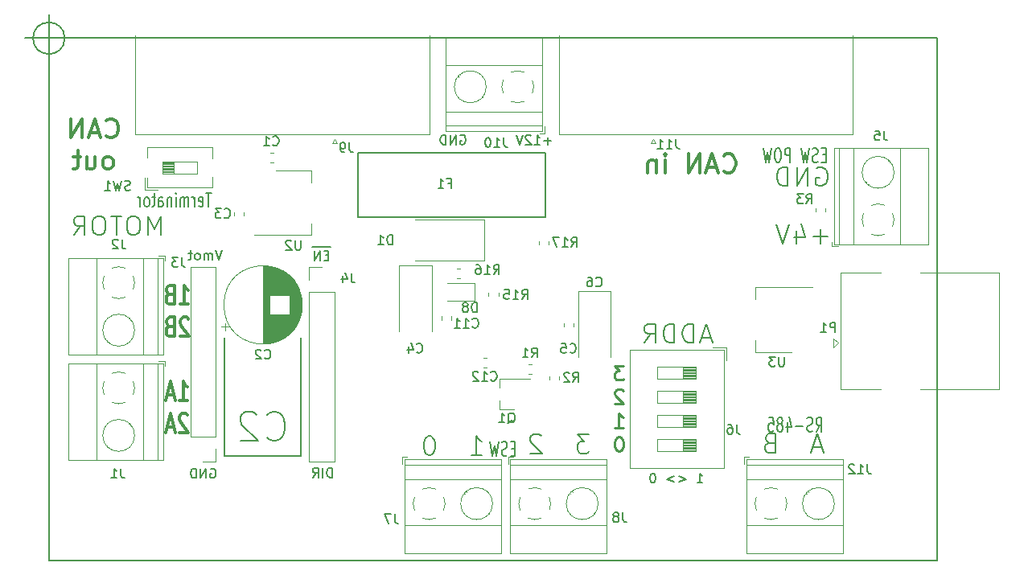
<source format=gbr>
G04 #@! TF.GenerationSoftware,KiCad,Pcbnew,5.1.4*
G04 #@! TF.CreationDate,2020-02-05T09:24:40+03:00*
G04 #@! TF.ProjectId,stm32,73746d33-322e-46b6-9963-61645f706362,rev?*
G04 #@! TF.SameCoordinates,Original*
G04 #@! TF.FileFunction,Legend,Bot*
G04 #@! TF.FilePolarity,Positive*
%FSLAX46Y46*%
G04 Gerber Fmt 4.6, Leading zero omitted, Abs format (unit mm)*
G04 Created by KiCad (PCBNEW 5.1.4) date 2020-02-05 09:24:40*
%MOMM*%
%LPD*%
G04 APERTURE LIST*
%ADD10C,0.150000*%
%ADD11C,0.250000*%
%ADD12C,0.300000*%
%ADD13C,0.375000*%
%ADD14C,0.120000*%
G04 APERTURE END LIST*
D10*
X148730476Y-109307380D02*
X149301904Y-109307380D01*
X149016190Y-109307380D02*
X149016190Y-108307380D01*
X149111428Y-108450238D01*
X149206666Y-108545476D01*
X149301904Y-108593095D01*
X146778095Y-108640714D02*
X147540000Y-108926428D01*
X146778095Y-109212142D01*
X146301904Y-108640714D02*
X145540000Y-108926428D01*
X146301904Y-109212142D01*
X144111428Y-108307380D02*
X144016190Y-108307380D01*
X143920952Y-108355000D01*
X143873333Y-108402619D01*
X143825714Y-108497857D01*
X143778095Y-108688333D01*
X143778095Y-108926428D01*
X143825714Y-109116904D01*
X143873333Y-109212142D01*
X143920952Y-109259761D01*
X144016190Y-109307380D01*
X144111428Y-109307380D01*
X144206666Y-109259761D01*
X144254285Y-109212142D01*
X144301904Y-109116904D01*
X144349523Y-108926428D01*
X144349523Y-108688333D01*
X144301904Y-108497857D01*
X144254285Y-108402619D01*
X144206666Y-108355000D01*
X144111428Y-108307380D01*
D11*
X141007500Y-96981071D02*
X140078928Y-96981071D01*
X140578928Y-97552500D01*
X140364642Y-97552500D01*
X140221785Y-97623928D01*
X140150357Y-97695357D01*
X140078928Y-97838214D01*
X140078928Y-98195357D01*
X140150357Y-98338214D01*
X140221785Y-98409642D01*
X140364642Y-98481071D01*
X140793214Y-98481071D01*
X140936071Y-98409642D01*
X141007500Y-98338214D01*
X140936071Y-99623928D02*
X140864642Y-99552500D01*
X140721785Y-99481071D01*
X140364642Y-99481071D01*
X140221785Y-99552500D01*
X140150357Y-99623928D01*
X140078928Y-99766785D01*
X140078928Y-99909642D01*
X140150357Y-100123928D01*
X141007500Y-100981071D01*
X140078928Y-100981071D01*
X140078928Y-103481071D02*
X140936071Y-103481071D01*
X140507500Y-103481071D02*
X140507500Y-101981071D01*
X140650357Y-102195357D01*
X140793214Y-102338214D01*
X140936071Y-102409642D01*
X140578928Y-104481071D02*
X140436071Y-104481071D01*
X140293214Y-104552500D01*
X140221785Y-104623928D01*
X140150357Y-104766785D01*
X140078928Y-105052500D01*
X140078928Y-105409642D01*
X140150357Y-105695357D01*
X140221785Y-105838214D01*
X140293214Y-105909642D01*
X140436071Y-105981071D01*
X140578928Y-105981071D01*
X140721785Y-105909642D01*
X140793214Y-105838214D01*
X140864642Y-105695357D01*
X140936071Y-105409642D01*
X140936071Y-105052500D01*
X140864642Y-104766785D01*
X140793214Y-104623928D01*
X140721785Y-104552500D01*
X140578928Y-104481071D01*
D10*
X150143190Y-94011833D02*
X149190809Y-94011833D01*
X150333666Y-94583261D02*
X149667000Y-92583261D01*
X149000333Y-94583261D01*
X148333666Y-94583261D02*
X148333666Y-92583261D01*
X147857476Y-92583261D01*
X147571761Y-92678500D01*
X147381285Y-92868976D01*
X147286047Y-93059452D01*
X147190809Y-93440404D01*
X147190809Y-93726119D01*
X147286047Y-94107071D01*
X147381285Y-94297547D01*
X147571761Y-94488023D01*
X147857476Y-94583261D01*
X148333666Y-94583261D01*
X146333666Y-94583261D02*
X146333666Y-92583261D01*
X145857476Y-92583261D01*
X145571761Y-92678500D01*
X145381285Y-92868976D01*
X145286047Y-93059452D01*
X145190809Y-93440404D01*
X145190809Y-93726119D01*
X145286047Y-94107071D01*
X145381285Y-94297547D01*
X145571761Y-94488023D01*
X145857476Y-94583261D01*
X146333666Y-94583261D01*
X143190809Y-94583261D02*
X143857476Y-93630880D01*
X144333666Y-94583261D02*
X144333666Y-92583261D01*
X143571761Y-92583261D01*
X143381285Y-92678500D01*
X143286047Y-92773738D01*
X143190809Y-92964214D01*
X143190809Y-93249928D01*
X143286047Y-93440404D01*
X143381285Y-93535642D01*
X143571761Y-93630880D01*
X144333666Y-93630880D01*
X97588952Y-78760071D02*
X97017523Y-78760071D01*
X97303238Y-80260071D02*
X97303238Y-78760071D01*
X96303238Y-80188642D02*
X96398476Y-80260071D01*
X96588952Y-80260071D01*
X96684190Y-80188642D01*
X96731809Y-80045785D01*
X96731809Y-79474357D01*
X96684190Y-79331500D01*
X96588952Y-79260071D01*
X96398476Y-79260071D01*
X96303238Y-79331500D01*
X96255619Y-79474357D01*
X96255619Y-79617214D01*
X96731809Y-79760071D01*
X95827047Y-80260071D02*
X95827047Y-79260071D01*
X95827047Y-79545785D02*
X95779428Y-79402928D01*
X95731809Y-79331500D01*
X95636571Y-79260071D01*
X95541333Y-79260071D01*
X95208000Y-80260071D02*
X95208000Y-79260071D01*
X95208000Y-79402928D02*
X95160380Y-79331500D01*
X95065142Y-79260071D01*
X94922285Y-79260071D01*
X94827047Y-79331500D01*
X94779428Y-79474357D01*
X94779428Y-80260071D01*
X94779428Y-79474357D02*
X94731809Y-79331500D01*
X94636571Y-79260071D01*
X94493714Y-79260071D01*
X94398476Y-79331500D01*
X94350857Y-79474357D01*
X94350857Y-80260071D01*
X93874666Y-80260071D02*
X93874666Y-79260071D01*
X93874666Y-78760071D02*
X93922285Y-78831500D01*
X93874666Y-78902928D01*
X93827047Y-78831500D01*
X93874666Y-78760071D01*
X93874666Y-78902928D01*
X93398476Y-79260071D02*
X93398476Y-80260071D01*
X93398476Y-79402928D02*
X93350857Y-79331500D01*
X93255619Y-79260071D01*
X93112761Y-79260071D01*
X93017523Y-79331500D01*
X92969904Y-79474357D01*
X92969904Y-80260071D01*
X92065142Y-80260071D02*
X92065142Y-79474357D01*
X92112761Y-79331500D01*
X92208000Y-79260071D01*
X92398476Y-79260071D01*
X92493714Y-79331500D01*
X92065142Y-80188642D02*
X92160380Y-80260071D01*
X92398476Y-80260071D01*
X92493714Y-80188642D01*
X92541333Y-80045785D01*
X92541333Y-79902928D01*
X92493714Y-79760071D01*
X92398476Y-79688642D01*
X92160380Y-79688642D01*
X92065142Y-79617214D01*
X91731809Y-79260071D02*
X91350857Y-79260071D01*
X91588952Y-78760071D02*
X91588952Y-80045785D01*
X91541333Y-80188642D01*
X91446095Y-80260071D01*
X91350857Y-80260071D01*
X90874666Y-80260071D02*
X90969904Y-80188642D01*
X91017523Y-80117214D01*
X91065142Y-79974357D01*
X91065142Y-79545785D01*
X91017523Y-79402928D01*
X90969904Y-79331500D01*
X90874666Y-79260071D01*
X90731809Y-79260071D01*
X90636571Y-79331500D01*
X90588952Y-79402928D01*
X90541333Y-79545785D01*
X90541333Y-79974357D01*
X90588952Y-80117214D01*
X90636571Y-80188642D01*
X90731809Y-80260071D01*
X90874666Y-80260071D01*
X90112761Y-80260071D02*
X90112761Y-79260071D01*
X90112761Y-79545785D02*
X90065142Y-79402928D01*
X90017523Y-79331500D01*
X89922285Y-79260071D01*
X89827047Y-79260071D01*
X123806904Y-72731500D02*
X123902142Y-72683880D01*
X124045000Y-72683880D01*
X124187857Y-72731500D01*
X124283095Y-72826738D01*
X124330714Y-72921976D01*
X124378333Y-73112452D01*
X124378333Y-73255309D01*
X124330714Y-73445785D01*
X124283095Y-73541023D01*
X124187857Y-73636261D01*
X124045000Y-73683880D01*
X123949761Y-73683880D01*
X123806904Y-73636261D01*
X123759285Y-73588642D01*
X123759285Y-73255309D01*
X123949761Y-73255309D01*
X123330714Y-73683880D02*
X123330714Y-72683880D01*
X122759285Y-73683880D01*
X122759285Y-72683880D01*
X122283095Y-73683880D02*
X122283095Y-72683880D01*
X122045000Y-72683880D01*
X121902142Y-72731500D01*
X121806904Y-72826738D01*
X121759285Y-72921976D01*
X121711666Y-73112452D01*
X121711666Y-73255309D01*
X121759285Y-73445785D01*
X121806904Y-73541023D01*
X121902142Y-73636261D01*
X122045000Y-73683880D01*
X122283095Y-73683880D01*
X133379404Y-73302928D02*
X132617500Y-73302928D01*
X132998452Y-73683880D02*
X132998452Y-72921976D01*
X131617500Y-73683880D02*
X132188928Y-73683880D01*
X131903214Y-73683880D02*
X131903214Y-72683880D01*
X131998452Y-72826738D01*
X132093690Y-72921976D01*
X132188928Y-72969595D01*
X131236547Y-72779119D02*
X131188928Y-72731500D01*
X131093690Y-72683880D01*
X130855595Y-72683880D01*
X130760357Y-72731500D01*
X130712738Y-72779119D01*
X130665119Y-72874357D01*
X130665119Y-72969595D01*
X130712738Y-73112452D01*
X131284166Y-73683880D01*
X130665119Y-73683880D01*
X130379404Y-72683880D02*
X130046071Y-73683880D01*
X129712738Y-72683880D01*
D12*
X86548214Y-72803785D02*
X86643452Y-72899023D01*
X86929166Y-72994261D01*
X87119642Y-72994261D01*
X87405357Y-72899023D01*
X87595833Y-72708547D01*
X87691071Y-72518071D01*
X87786309Y-72137119D01*
X87786309Y-71851404D01*
X87691071Y-71470452D01*
X87595833Y-71279976D01*
X87405357Y-71089500D01*
X87119642Y-70994261D01*
X86929166Y-70994261D01*
X86643452Y-71089500D01*
X86548214Y-71184738D01*
X85786309Y-72422833D02*
X84833928Y-72422833D01*
X85976785Y-72994261D02*
X85310119Y-70994261D01*
X84643452Y-72994261D01*
X83976785Y-72994261D02*
X83976785Y-70994261D01*
X82833928Y-72994261D01*
X82833928Y-70994261D01*
X86881547Y-76294261D02*
X87072023Y-76199023D01*
X87167261Y-76103785D01*
X87262500Y-75913309D01*
X87262500Y-75341880D01*
X87167261Y-75151404D01*
X87072023Y-75056166D01*
X86881547Y-74960928D01*
X86595833Y-74960928D01*
X86405357Y-75056166D01*
X86310119Y-75151404D01*
X86214880Y-75341880D01*
X86214880Y-75913309D01*
X86310119Y-76103785D01*
X86405357Y-76199023D01*
X86595833Y-76294261D01*
X86881547Y-76294261D01*
X84500595Y-74960928D02*
X84500595Y-76294261D01*
X85357738Y-74960928D02*
X85357738Y-76008547D01*
X85262500Y-76199023D01*
X85072023Y-76294261D01*
X84786309Y-76294261D01*
X84595833Y-76199023D01*
X84500595Y-76103785D01*
X83833928Y-74960928D02*
X83072023Y-74960928D01*
X83548214Y-74294261D02*
X83548214Y-76008547D01*
X83452976Y-76199023D01*
X83262500Y-76294261D01*
X83072023Y-76294261D01*
X151556071Y-76485785D02*
X151651309Y-76581023D01*
X151937023Y-76676261D01*
X152127500Y-76676261D01*
X152413214Y-76581023D01*
X152603690Y-76390547D01*
X152698928Y-76200071D01*
X152794166Y-75819119D01*
X152794166Y-75533404D01*
X152698928Y-75152452D01*
X152603690Y-74961976D01*
X152413214Y-74771500D01*
X152127500Y-74676261D01*
X151937023Y-74676261D01*
X151651309Y-74771500D01*
X151556071Y-74866738D01*
X150794166Y-76104833D02*
X149841785Y-76104833D01*
X150984642Y-76676261D02*
X150317976Y-74676261D01*
X149651309Y-76676261D01*
X148984642Y-76676261D02*
X148984642Y-74676261D01*
X147841785Y-76676261D01*
X147841785Y-74676261D01*
X145365595Y-76676261D02*
X145365595Y-75342928D01*
X145365595Y-74676261D02*
X145460833Y-74771500D01*
X145365595Y-74866738D01*
X145270357Y-74771500D01*
X145365595Y-74676261D01*
X145365595Y-74866738D01*
X144413214Y-75342928D02*
X144413214Y-76676261D01*
X144413214Y-75533404D02*
X144317976Y-75438166D01*
X144127500Y-75342928D01*
X143841785Y-75342928D01*
X143651309Y-75438166D01*
X143556071Y-75628642D01*
X143556071Y-76676261D01*
D10*
X98684595Y-84812380D02*
X98351261Y-85812380D01*
X98017928Y-84812380D01*
X97684595Y-85812380D02*
X97684595Y-85145714D01*
X97684595Y-85240952D02*
X97636976Y-85193333D01*
X97541738Y-85145714D01*
X97398880Y-85145714D01*
X97303642Y-85193333D01*
X97256023Y-85288571D01*
X97256023Y-85812380D01*
X97256023Y-85288571D02*
X97208404Y-85193333D01*
X97113166Y-85145714D01*
X96970309Y-85145714D01*
X96875071Y-85193333D01*
X96827452Y-85288571D01*
X96827452Y-85812380D01*
X96208404Y-85812380D02*
X96303642Y-85764761D01*
X96351261Y-85717142D01*
X96398880Y-85621904D01*
X96398880Y-85336190D01*
X96351261Y-85240952D01*
X96303642Y-85193333D01*
X96208404Y-85145714D01*
X96065547Y-85145714D01*
X95970309Y-85193333D01*
X95922690Y-85240952D01*
X95875071Y-85336190D01*
X95875071Y-85621904D01*
X95922690Y-85717142D01*
X95970309Y-85764761D01*
X96065547Y-85812380D01*
X96208404Y-85812380D01*
X95589357Y-85145714D02*
X95208404Y-85145714D01*
X95446500Y-84812380D02*
X95446500Y-85669523D01*
X95398880Y-85764761D01*
X95303642Y-85812380D01*
X95208404Y-85812380D01*
X110178190Y-84508500D02*
X109273428Y-84508500D01*
X109940095Y-85352071D02*
X109606761Y-85352071D01*
X109463904Y-85875880D02*
X109940095Y-85875880D01*
X109940095Y-84875880D01*
X109463904Y-84875880D01*
X109273428Y-84508500D02*
X108225809Y-84508500D01*
X109035333Y-85875880D02*
X109035333Y-84875880D01*
X108463904Y-85875880D01*
X108463904Y-84875880D01*
X110329000Y-108735880D02*
X110329000Y-107735880D01*
X110090904Y-107735880D01*
X109948047Y-107783500D01*
X109852809Y-107878738D01*
X109805190Y-107973976D01*
X109757571Y-108164452D01*
X109757571Y-108307309D01*
X109805190Y-108497785D01*
X109852809Y-108593023D01*
X109948047Y-108688261D01*
X110090904Y-108735880D01*
X110329000Y-108735880D01*
X109329000Y-108735880D02*
X109329000Y-107735880D01*
X108281380Y-108735880D02*
X108614714Y-108259690D01*
X108852809Y-108735880D02*
X108852809Y-107735880D01*
X108471857Y-107735880D01*
X108376619Y-107783500D01*
X108329000Y-107831119D01*
X108281380Y-107926357D01*
X108281380Y-108069214D01*
X108329000Y-108164452D01*
X108376619Y-108212071D01*
X108471857Y-108259690D01*
X108852809Y-108259690D01*
X97517904Y-107847000D02*
X97613142Y-107799380D01*
X97756000Y-107799380D01*
X97898857Y-107847000D01*
X97994095Y-107942238D01*
X98041714Y-108037476D01*
X98089333Y-108227952D01*
X98089333Y-108370809D01*
X98041714Y-108561285D01*
X97994095Y-108656523D01*
X97898857Y-108751761D01*
X97756000Y-108799380D01*
X97660761Y-108799380D01*
X97517904Y-108751761D01*
X97470285Y-108704142D01*
X97470285Y-108370809D01*
X97660761Y-108370809D01*
X97041714Y-108799380D02*
X97041714Y-107799380D01*
X96470285Y-108799380D01*
X96470285Y-107799380D01*
X95994095Y-108799380D02*
X95994095Y-107799380D01*
X95756000Y-107799380D01*
X95613142Y-107847000D01*
X95517904Y-107942238D01*
X95470285Y-108037476D01*
X95422666Y-108227952D01*
X95422666Y-108370809D01*
X95470285Y-108561285D01*
X95517904Y-108656523D01*
X95613142Y-108751761D01*
X95756000Y-108799380D01*
X95994095Y-108799380D01*
D13*
X94346928Y-90500261D02*
X95204071Y-90500261D01*
X94775500Y-90500261D02*
X94775500Y-88500261D01*
X94918357Y-88785976D01*
X95061214Y-88976452D01*
X95204071Y-89071690D01*
X93204071Y-89452642D02*
X92989785Y-89547880D01*
X92918357Y-89643119D01*
X92846928Y-89833595D01*
X92846928Y-90119309D01*
X92918357Y-90309785D01*
X92989785Y-90405023D01*
X93132642Y-90500261D01*
X93704071Y-90500261D01*
X93704071Y-88500261D01*
X93204071Y-88500261D01*
X93061214Y-88595500D01*
X92989785Y-88690738D01*
X92918357Y-88881214D01*
X92918357Y-89071690D01*
X92989785Y-89262166D01*
X93061214Y-89357404D01*
X93204071Y-89452642D01*
X93704071Y-89452642D01*
X95204071Y-92065738D02*
X95132642Y-91970500D01*
X94989785Y-91875261D01*
X94632642Y-91875261D01*
X94489785Y-91970500D01*
X94418357Y-92065738D01*
X94346928Y-92256214D01*
X94346928Y-92446690D01*
X94418357Y-92732404D01*
X95275500Y-93875261D01*
X94346928Y-93875261D01*
X93204071Y-92827642D02*
X92989785Y-92922880D01*
X92918357Y-93018119D01*
X92846928Y-93208595D01*
X92846928Y-93494309D01*
X92918357Y-93684785D01*
X92989785Y-93780023D01*
X93132642Y-93875261D01*
X93704071Y-93875261D01*
X93704071Y-91875261D01*
X93204071Y-91875261D01*
X93061214Y-91970500D01*
X92989785Y-92065738D01*
X92918357Y-92256214D01*
X92918357Y-92446690D01*
X92989785Y-92637166D01*
X93061214Y-92732404D01*
X93204071Y-92827642D01*
X93704071Y-92827642D01*
X94239785Y-100625261D02*
X95096928Y-100625261D01*
X94668357Y-100625261D02*
X94668357Y-98625261D01*
X94811214Y-98910976D01*
X94954071Y-99101452D01*
X95096928Y-99196690D01*
X93668357Y-100053833D02*
X92954071Y-100053833D01*
X93811214Y-100625261D02*
X93311214Y-98625261D01*
X92811214Y-100625261D01*
X95096928Y-102190738D02*
X95025500Y-102095500D01*
X94882642Y-102000261D01*
X94525500Y-102000261D01*
X94382642Y-102095500D01*
X94311214Y-102190738D01*
X94239785Y-102381214D01*
X94239785Y-102571690D01*
X94311214Y-102857404D01*
X95168357Y-104000261D01*
X94239785Y-104000261D01*
X93668357Y-103428833D02*
X92954071Y-103428833D01*
X93811214Y-104000261D02*
X93311214Y-102000261D01*
X92811214Y-104000261D01*
D10*
X92262809Y-83216761D02*
X92262809Y-81216761D01*
X91596142Y-82645333D01*
X90929476Y-81216761D01*
X90929476Y-83216761D01*
X89596142Y-81216761D02*
X89215190Y-81216761D01*
X89024714Y-81312000D01*
X88834238Y-81502476D01*
X88739000Y-81883428D01*
X88739000Y-82550095D01*
X88834238Y-82931047D01*
X89024714Y-83121523D01*
X89215190Y-83216761D01*
X89596142Y-83216761D01*
X89786619Y-83121523D01*
X89977095Y-82931047D01*
X90072333Y-82550095D01*
X90072333Y-81883428D01*
X89977095Y-81502476D01*
X89786619Y-81312000D01*
X89596142Y-81216761D01*
X88167571Y-81216761D02*
X87024714Y-81216761D01*
X87596142Y-83216761D02*
X87596142Y-81216761D01*
X85977095Y-81216761D02*
X85596142Y-81216761D01*
X85405666Y-81312000D01*
X85215190Y-81502476D01*
X85119952Y-81883428D01*
X85119952Y-82550095D01*
X85215190Y-82931047D01*
X85405666Y-83121523D01*
X85596142Y-83216761D01*
X85977095Y-83216761D01*
X86167571Y-83121523D01*
X86358047Y-82931047D01*
X86453285Y-82550095D01*
X86453285Y-81883428D01*
X86358047Y-81502476D01*
X86167571Y-81312000D01*
X85977095Y-81216761D01*
X83119952Y-83216761D02*
X83786619Y-82264380D01*
X84262809Y-83216761D02*
X84262809Y-81216761D01*
X83500904Y-81216761D01*
X83310428Y-81312000D01*
X83215190Y-81407238D01*
X83119952Y-81597714D01*
X83119952Y-81883428D01*
X83215190Y-82073904D01*
X83310428Y-82169142D01*
X83500904Y-82264380D01*
X84262809Y-82264380D01*
X162509928Y-83343857D02*
X160986119Y-83343857D01*
X161748023Y-84105761D02*
X161748023Y-82581952D01*
X159176595Y-82772428D02*
X159176595Y-84105761D01*
X159652785Y-82010523D02*
X160128976Y-83439095D01*
X158890880Y-83439095D01*
X158414690Y-82105761D02*
X157748023Y-84105761D01*
X157081357Y-82105761D01*
X161335309Y-76168500D02*
X161525785Y-76073261D01*
X161811500Y-76073261D01*
X162097214Y-76168500D01*
X162287690Y-76358976D01*
X162382928Y-76549452D01*
X162478166Y-76930404D01*
X162478166Y-77216119D01*
X162382928Y-77597071D01*
X162287690Y-77787547D01*
X162097214Y-77978023D01*
X161811500Y-78073261D01*
X161621023Y-78073261D01*
X161335309Y-77978023D01*
X161240071Y-77882785D01*
X161240071Y-77216119D01*
X161621023Y-77216119D01*
X160382928Y-78073261D02*
X160382928Y-76073261D01*
X159240071Y-78073261D01*
X159240071Y-76073261D01*
X158287690Y-78073261D02*
X158287690Y-76073261D01*
X157811500Y-76073261D01*
X157525785Y-76168500D01*
X157335309Y-76358976D01*
X157240071Y-76549452D01*
X157144833Y-76930404D01*
X157144833Y-77216119D01*
X157240071Y-77597071D01*
X157335309Y-77787547D01*
X157525785Y-77978023D01*
X157811500Y-78073261D01*
X158287690Y-78073261D01*
X162287595Y-74775357D02*
X161954261Y-74775357D01*
X161811404Y-75561071D02*
X162287595Y-75561071D01*
X162287595Y-74061071D01*
X161811404Y-74061071D01*
X161430452Y-75489642D02*
X161287595Y-75561071D01*
X161049500Y-75561071D01*
X160954261Y-75489642D01*
X160906642Y-75418214D01*
X160859023Y-75275357D01*
X160859023Y-75132500D01*
X160906642Y-74989642D01*
X160954261Y-74918214D01*
X161049500Y-74846785D01*
X161239976Y-74775357D01*
X161335214Y-74703928D01*
X161382833Y-74632500D01*
X161430452Y-74489642D01*
X161430452Y-74346785D01*
X161382833Y-74203928D01*
X161335214Y-74132500D01*
X161239976Y-74061071D01*
X161001880Y-74061071D01*
X160859023Y-74132500D01*
X160525690Y-74061071D02*
X160287595Y-75561071D01*
X160097119Y-74489642D01*
X159906642Y-75561071D01*
X159668547Y-74061071D01*
X158525690Y-75561071D02*
X158525690Y-74061071D01*
X158144738Y-74061071D01*
X158049500Y-74132500D01*
X158001880Y-74203928D01*
X157954261Y-74346785D01*
X157954261Y-74561071D01*
X158001880Y-74703928D01*
X158049500Y-74775357D01*
X158144738Y-74846785D01*
X158525690Y-74846785D01*
X157335214Y-74061071D02*
X157144738Y-74061071D01*
X157049500Y-74132500D01*
X156954261Y-74275357D01*
X156906642Y-74561071D01*
X156906642Y-75061071D01*
X156954261Y-75346785D01*
X157049500Y-75489642D01*
X157144738Y-75561071D01*
X157335214Y-75561071D01*
X157430452Y-75489642D01*
X157525690Y-75346785D01*
X157573309Y-75061071D01*
X157573309Y-74561071D01*
X157525690Y-74275357D01*
X157430452Y-74132500D01*
X157335214Y-74061071D01*
X156573309Y-74061071D02*
X156335214Y-75561071D01*
X156144738Y-74489642D01*
X155954261Y-75561071D01*
X155716166Y-74061071D01*
X129577404Y-105699857D02*
X129244071Y-105699857D01*
X129101214Y-106485571D02*
X129577404Y-106485571D01*
X129577404Y-104985571D01*
X129101214Y-104985571D01*
X128720261Y-106414142D02*
X128577404Y-106485571D01*
X128339309Y-106485571D01*
X128244071Y-106414142D01*
X128196452Y-106342714D01*
X128148833Y-106199857D01*
X128148833Y-106057000D01*
X128196452Y-105914142D01*
X128244071Y-105842714D01*
X128339309Y-105771285D01*
X128529785Y-105699857D01*
X128625023Y-105628428D01*
X128672642Y-105557000D01*
X128720261Y-105414142D01*
X128720261Y-105271285D01*
X128672642Y-105128428D01*
X128625023Y-105057000D01*
X128529785Y-104985571D01*
X128291690Y-104985571D01*
X128148833Y-105057000D01*
X127815500Y-104985571D02*
X127577404Y-106485571D01*
X127386928Y-105414142D01*
X127196452Y-106485571D01*
X126958357Y-104985571D01*
X124949761Y-106394261D02*
X126092619Y-106394261D01*
X125521190Y-106394261D02*
X125521190Y-104394261D01*
X125711666Y-104679976D01*
X125902142Y-104870452D01*
X126092619Y-104965690D01*
X120664047Y-104394261D02*
X120473571Y-104394261D01*
X120283095Y-104489500D01*
X120187857Y-104584738D01*
X120092619Y-104775214D01*
X119997380Y-105156166D01*
X119997380Y-105632357D01*
X120092619Y-106013309D01*
X120187857Y-106203785D01*
X120283095Y-106299023D01*
X120473571Y-106394261D01*
X120664047Y-106394261D01*
X120854523Y-106299023D01*
X120949761Y-106203785D01*
X121045000Y-106013309D01*
X121140238Y-105632357D01*
X121140238Y-105156166D01*
X121045000Y-104775214D01*
X120949761Y-104584738D01*
X120854523Y-104489500D01*
X120664047Y-104394261D01*
X137363857Y-104203761D02*
X136125761Y-104203761D01*
X136792428Y-104965666D01*
X136506714Y-104965666D01*
X136316238Y-105060904D01*
X136221000Y-105156142D01*
X136125761Y-105346619D01*
X136125761Y-105822809D01*
X136221000Y-106013285D01*
X136316238Y-106108523D01*
X136506714Y-106203761D01*
X137078142Y-106203761D01*
X137268619Y-106108523D01*
X137363857Y-106013285D01*
X132316238Y-104394238D02*
X132221000Y-104299000D01*
X132030523Y-104203761D01*
X131554333Y-104203761D01*
X131363857Y-104299000D01*
X131268619Y-104394238D01*
X131173380Y-104584714D01*
X131173380Y-104775190D01*
X131268619Y-105060904D01*
X132411476Y-106203761D01*
X131173380Y-106203761D01*
X161263785Y-103945571D02*
X161597119Y-103231285D01*
X161835214Y-103945571D02*
X161835214Y-102445571D01*
X161454261Y-102445571D01*
X161359023Y-102517000D01*
X161311404Y-102588428D01*
X161263785Y-102731285D01*
X161263785Y-102945571D01*
X161311404Y-103088428D01*
X161359023Y-103159857D01*
X161454261Y-103231285D01*
X161835214Y-103231285D01*
X160882833Y-103874142D02*
X160739976Y-103945571D01*
X160501880Y-103945571D01*
X160406642Y-103874142D01*
X160359023Y-103802714D01*
X160311404Y-103659857D01*
X160311404Y-103517000D01*
X160359023Y-103374142D01*
X160406642Y-103302714D01*
X160501880Y-103231285D01*
X160692357Y-103159857D01*
X160787595Y-103088428D01*
X160835214Y-103017000D01*
X160882833Y-102874142D01*
X160882833Y-102731285D01*
X160835214Y-102588428D01*
X160787595Y-102517000D01*
X160692357Y-102445571D01*
X160454261Y-102445571D01*
X160311404Y-102517000D01*
X159882833Y-103374142D02*
X159120928Y-103374142D01*
X158216166Y-102945571D02*
X158216166Y-103945571D01*
X158454261Y-102374142D02*
X158692357Y-103445571D01*
X158073309Y-103445571D01*
X157549500Y-103088428D02*
X157644738Y-103017000D01*
X157692357Y-102945571D01*
X157739976Y-102802714D01*
X157739976Y-102731285D01*
X157692357Y-102588428D01*
X157644738Y-102517000D01*
X157549500Y-102445571D01*
X157359023Y-102445571D01*
X157263785Y-102517000D01*
X157216166Y-102588428D01*
X157168547Y-102731285D01*
X157168547Y-102802714D01*
X157216166Y-102945571D01*
X157263785Y-103017000D01*
X157359023Y-103088428D01*
X157549500Y-103088428D01*
X157644738Y-103159857D01*
X157692357Y-103231285D01*
X157739976Y-103374142D01*
X157739976Y-103659857D01*
X157692357Y-103802714D01*
X157644738Y-103874142D01*
X157549500Y-103945571D01*
X157359023Y-103945571D01*
X157263785Y-103874142D01*
X157216166Y-103802714D01*
X157168547Y-103659857D01*
X157168547Y-103374142D01*
X157216166Y-103231285D01*
X157263785Y-103159857D01*
X157359023Y-103088428D01*
X156263785Y-102445571D02*
X156739976Y-102445571D01*
X156787595Y-103159857D01*
X156739976Y-103088428D01*
X156644738Y-103017000D01*
X156406642Y-103017000D01*
X156311404Y-103088428D01*
X156263785Y-103159857D01*
X156216166Y-103302714D01*
X156216166Y-103659857D01*
X156263785Y-103802714D01*
X156311404Y-103874142D01*
X156406642Y-103945571D01*
X156644738Y-103945571D01*
X156739976Y-103874142D01*
X156787595Y-103802714D01*
X161859000Y-105568833D02*
X160906619Y-105568833D01*
X162049476Y-106140261D02*
X161382809Y-104140261D01*
X160716142Y-106140261D01*
X156335190Y-105092642D02*
X156049476Y-105187880D01*
X155954238Y-105283119D01*
X155859000Y-105473595D01*
X155859000Y-105759309D01*
X155954238Y-105949785D01*
X156049476Y-106045023D01*
X156239952Y-106140261D01*
X157001857Y-106140261D01*
X157001857Y-104140261D01*
X156335190Y-104140261D01*
X156144714Y-104235500D01*
X156049476Y-104330738D01*
X155954238Y-104521214D01*
X155954238Y-104711690D01*
X156049476Y-104902166D01*
X156144714Y-104997404D01*
X156335190Y-105092642D01*
X157001857Y-105092642D01*
X103500000Y-104571428D02*
X103642857Y-104714285D01*
X104071428Y-104857142D01*
X104357142Y-104857142D01*
X104785714Y-104714285D01*
X105071428Y-104428571D01*
X105214285Y-104142857D01*
X105357142Y-103571428D01*
X105357142Y-103142857D01*
X105214285Y-102571428D01*
X105071428Y-102285714D01*
X104785714Y-102000000D01*
X104357142Y-101857142D01*
X104071428Y-101857142D01*
X103642857Y-102000000D01*
X103500000Y-102142857D01*
X102357142Y-102142857D02*
X102214285Y-102000000D01*
X101928571Y-101857142D01*
X101214285Y-101857142D01*
X100928571Y-102000000D01*
X100785714Y-102142857D01*
X100642857Y-102428571D01*
X100642857Y-102714285D01*
X100785714Y-103142857D01*
X102500000Y-104857142D01*
X100642857Y-104857142D01*
X107000000Y-106500000D02*
X107000000Y-94000000D01*
X99000000Y-106500000D02*
X107000000Y-106500000D01*
X99000000Y-94000000D02*
X99000000Y-106500000D01*
X80500000Y-117500000D02*
X174000000Y-117500000D01*
X174000000Y-62500000D02*
X80500000Y-62500000D01*
X82166666Y-62500000D02*
G75*
G03X82166666Y-62500000I-1666666J0D01*
G01*
X78000000Y-62500000D02*
X83000000Y-62500000D01*
X80500000Y-60000000D02*
X80500000Y-65000000D01*
X80500000Y-117500000D02*
X80500000Y-62500000D01*
X174000000Y-62500000D02*
X174000000Y-117500000D01*
D14*
X153700000Y-106600000D02*
X154200000Y-106600000D01*
X153700000Y-107340000D02*
X153700000Y-106600000D01*
X160273000Y-110477000D02*
X160226000Y-110431000D01*
X162570000Y-112775000D02*
X162535000Y-112739000D01*
X160466000Y-110261000D02*
X160431000Y-110226000D01*
X162775000Y-112569000D02*
X162728000Y-112523000D01*
X164060000Y-116761000D02*
X164060000Y-106840000D01*
X153940000Y-116761000D02*
X153940000Y-106840000D01*
X153940000Y-106840000D02*
X164060000Y-106840000D01*
X153940000Y-116761000D02*
X164060000Y-116761000D01*
X153940000Y-113801000D02*
X164060000Y-113801000D01*
X153940000Y-108900000D02*
X164060000Y-108900000D01*
X153940000Y-107400000D02*
X164060000Y-107400000D01*
X163180000Y-111500000D02*
G75*
G03X163180000Y-111500000I-1680000J0D01*
G01*
X156528805Y-109819747D02*
G75*
G03X155816000Y-109965000I-28805J-1680253D01*
G01*
X154964574Y-110816958D02*
G75*
G03X154965000Y-112184000I1535426J-683042D01*
G01*
X155816958Y-113035426D02*
G75*
G03X157184000Y-113035000I683042J1535426D01*
G01*
X158035426Y-112183042D02*
G75*
G03X158035000Y-110816000I-1535426J683042D01*
G01*
X157183318Y-109965244D02*
G75*
G03X156500000Y-109820000I-683318J-1534756D01*
G01*
X132655600Y-72515600D02*
X132155600Y-72515600D01*
X132655600Y-71775600D02*
X132655600Y-72515600D01*
X126082600Y-68638600D02*
X126129600Y-68684600D01*
X123785600Y-66340600D02*
X123820600Y-66376600D01*
X125889600Y-68854600D02*
X125924600Y-68889600D01*
X123580600Y-66546600D02*
X123627600Y-66592600D01*
X122295600Y-62354600D02*
X122295600Y-72275600D01*
X132415600Y-62354600D02*
X132415600Y-72275600D01*
X132415600Y-72275600D02*
X122295600Y-72275600D01*
X132415600Y-62354600D02*
X122295600Y-62354600D01*
X132415600Y-65314600D02*
X122295600Y-65314600D01*
X132415600Y-70215600D02*
X122295600Y-70215600D01*
X132415600Y-71715600D02*
X122295600Y-71715600D01*
X126535600Y-67615600D02*
G75*
G03X126535600Y-67615600I-1680000J0D01*
G01*
X129826795Y-69295853D02*
G75*
G03X130539600Y-69150600I28805J1680253D01*
G01*
X131391026Y-68298642D02*
G75*
G03X131390600Y-66931600I-1535426J683042D01*
G01*
X130538642Y-66080174D02*
G75*
G03X129171600Y-66080600I-683042J-1535426D01*
G01*
X128320174Y-66932558D02*
G75*
G03X128320600Y-68299600I1535426J-683042D01*
G01*
X129172282Y-69150356D02*
G75*
G03X129855600Y-69295600I683318J1534756D01*
G01*
X92746800Y-96514000D02*
X92746800Y-97014000D01*
X92006800Y-96514000D02*
X92746800Y-96514000D01*
X88869800Y-103087000D02*
X88915800Y-103040000D01*
X86571800Y-105384000D02*
X86607800Y-105349000D01*
X89085800Y-103280000D02*
X89120800Y-103245000D01*
X86777800Y-105589000D02*
X86823800Y-105542000D01*
X82585800Y-106874000D02*
X92506800Y-106874000D01*
X82585800Y-96754000D02*
X92506800Y-96754000D01*
X92506800Y-96754000D02*
X92506800Y-106874000D01*
X82585800Y-96754000D02*
X82585800Y-106874000D01*
X85545800Y-96754000D02*
X85545800Y-106874000D01*
X90446800Y-96754000D02*
X90446800Y-106874000D01*
X91946800Y-96754000D02*
X91946800Y-106874000D01*
X89526800Y-104314000D02*
G75*
G03X89526800Y-104314000I-1680000J0D01*
G01*
X89527053Y-99342805D02*
G75*
G03X89381800Y-98630000I-1680253J28805D01*
G01*
X88529842Y-97778574D02*
G75*
G03X87162800Y-97779000I-683042J-1535426D01*
G01*
X86311374Y-98630958D02*
G75*
G03X86311800Y-99998000I1535426J-683042D01*
G01*
X87163758Y-100849426D02*
G75*
G03X88530800Y-100849000I683042J1535426D01*
G01*
X89381556Y-99997318D02*
G75*
G03X89526800Y-99314000I-1534756J683318D01*
G01*
X92746800Y-85439600D02*
X92746800Y-85939600D01*
X92006800Y-85439600D02*
X92746800Y-85439600D01*
X88869800Y-92012600D02*
X88915800Y-91965600D01*
X86571800Y-94309600D02*
X86607800Y-94274600D01*
X89085800Y-92205600D02*
X89120800Y-92170600D01*
X86777800Y-94514600D02*
X86823800Y-94467600D01*
X82585800Y-95799600D02*
X92506800Y-95799600D01*
X82585800Y-85679600D02*
X92506800Y-85679600D01*
X92506800Y-85679600D02*
X92506800Y-95799600D01*
X82585800Y-85679600D02*
X82585800Y-95799600D01*
X85545800Y-85679600D02*
X85545800Y-95799600D01*
X90446800Y-85679600D02*
X90446800Y-95799600D01*
X91946800Y-85679600D02*
X91946800Y-95799600D01*
X89526800Y-93239600D02*
G75*
G03X89526800Y-93239600I-1680000J0D01*
G01*
X89527053Y-88268405D02*
G75*
G03X89381800Y-87555600I-1680253J28805D01*
G01*
X88529842Y-86704174D02*
G75*
G03X87162800Y-86704600I-683042J-1535426D01*
G01*
X86311374Y-87556558D02*
G75*
G03X86311800Y-88923600I1535426J-683042D01*
G01*
X87163758Y-89775026D02*
G75*
G03X88530800Y-89774600I683042J1535426D01*
G01*
X89381556Y-88922918D02*
G75*
G03X89526800Y-88239600I-1534756J683318D01*
G01*
X162879700Y-84422900D02*
X162879700Y-83922900D01*
X163619700Y-84422900D02*
X162879700Y-84422900D01*
X166756700Y-77849900D02*
X166710700Y-77896900D01*
X169054700Y-75552900D02*
X169018700Y-75587900D01*
X166540700Y-77656900D02*
X166505700Y-77691900D01*
X168848700Y-75347900D02*
X168802700Y-75394900D01*
X173040700Y-74062900D02*
X163119700Y-74062900D01*
X173040700Y-84182900D02*
X163119700Y-84182900D01*
X163119700Y-84182900D02*
X163119700Y-74062900D01*
X173040700Y-84182900D02*
X173040700Y-74062900D01*
X170080700Y-84182900D02*
X170080700Y-74062900D01*
X165179700Y-84182900D02*
X165179700Y-74062900D01*
X163679700Y-84182900D02*
X163679700Y-74062900D01*
X169459700Y-76622900D02*
G75*
G03X169459700Y-76622900I-1680000J0D01*
G01*
X166099447Y-81594095D02*
G75*
G03X166244700Y-82306900I1680253J-28805D01*
G01*
X167096658Y-83158326D02*
G75*
G03X168463700Y-83157900I683042J1535426D01*
G01*
X169315126Y-82305942D02*
G75*
G03X169314700Y-80938900I-1535426J683042D01*
G01*
X168462742Y-80087474D02*
G75*
G03X167095700Y-80087900I-683042J-1535426D01*
G01*
X166244944Y-80939582D02*
G75*
G03X166099700Y-81622900I1534756J-683318D01*
G01*
X117723000Y-106600000D02*
X118223000Y-106600000D01*
X117723000Y-107340000D02*
X117723000Y-106600000D01*
X124296000Y-110477000D02*
X124249000Y-110431000D01*
X126593000Y-112775000D02*
X126558000Y-112739000D01*
X124489000Y-110261000D02*
X124454000Y-110226000D01*
X126798000Y-112569000D02*
X126751000Y-112523000D01*
X128083000Y-116761000D02*
X128083000Y-106840000D01*
X117963000Y-116761000D02*
X117963000Y-106840000D01*
X117963000Y-106840000D02*
X128083000Y-106840000D01*
X117963000Y-116761000D02*
X128083000Y-116761000D01*
X117963000Y-113801000D02*
X128083000Y-113801000D01*
X117963000Y-108900000D02*
X128083000Y-108900000D01*
X117963000Y-107400000D02*
X128083000Y-107400000D01*
X127203000Y-111500000D02*
G75*
G03X127203000Y-111500000I-1680000J0D01*
G01*
X120551805Y-109819747D02*
G75*
G03X119839000Y-109965000I-28805J-1680253D01*
G01*
X118987574Y-110816958D02*
G75*
G03X118988000Y-112184000I1535426J-683042D01*
G01*
X119839958Y-113035426D02*
G75*
G03X121207000Y-113035000I683042J1535426D01*
G01*
X122058426Y-112183042D02*
G75*
G03X122058000Y-110816000I-1535426J683042D01*
G01*
X121206318Y-109965244D02*
G75*
G03X120523000Y-109820000I-683318J-1534756D01*
G01*
X128835500Y-106600000D02*
X129335500Y-106600000D01*
X128835500Y-107340000D02*
X128835500Y-106600000D01*
X135408500Y-110477000D02*
X135361500Y-110431000D01*
X137705500Y-112775000D02*
X137670500Y-112739000D01*
X135601500Y-110261000D02*
X135566500Y-110226000D01*
X137910500Y-112569000D02*
X137863500Y-112523000D01*
X139195500Y-116761000D02*
X139195500Y-106840000D01*
X129075500Y-116761000D02*
X129075500Y-106840000D01*
X129075500Y-106840000D02*
X139195500Y-106840000D01*
X129075500Y-116761000D02*
X139195500Y-116761000D01*
X129075500Y-113801000D02*
X139195500Y-113801000D01*
X129075500Y-108900000D02*
X139195500Y-108900000D01*
X129075500Y-107400000D02*
X139195500Y-107400000D01*
X138315500Y-111500000D02*
G75*
G03X138315500Y-111500000I-1680000J0D01*
G01*
X131664305Y-109819747D02*
G75*
G03X130951500Y-109965000I-28805J-1680253D01*
G01*
X130100074Y-110816958D02*
G75*
G03X130100500Y-112184000I1535426J-683042D01*
G01*
X130952458Y-113035426D02*
G75*
G03X132319500Y-113035000I683042J1535426D01*
G01*
X133170926Y-112183042D02*
G75*
G03X133170500Y-110816000I-1535426J683042D01*
G01*
X132318818Y-109965244D02*
G75*
G03X131635500Y-109820000I-683318J-1534756D01*
G01*
X103766833Y-74559700D02*
X104109367Y-74559700D01*
X103766833Y-75579700D02*
X104109367Y-75579700D01*
D10*
X112994800Y-74550000D02*
X112994800Y-81350000D01*
X132794800Y-74550000D02*
X112994800Y-74550000D01*
X132794800Y-81350000D02*
X132794800Y-74550000D01*
X112994800Y-81350000D02*
X132794800Y-81350000D01*
D14*
X168090200Y-99499600D02*
X163830200Y-99499600D01*
X163830200Y-99499600D02*
X163830200Y-87179600D01*
X163830200Y-87179600D02*
X168090200Y-87179600D01*
X172190200Y-99499600D02*
X180550200Y-99499600D01*
X180550200Y-99499600D02*
X180550200Y-87179600D01*
X180550200Y-87179600D02*
X172190200Y-87179600D01*
X163610200Y-94589600D02*
X163110200Y-95089600D01*
X163110200Y-95089600D02*
X163110200Y-94089600D01*
X163110200Y-94089600D02*
X163610200Y-94589600D01*
X127961000Y-101547500D02*
X129421000Y-101547500D01*
X127961000Y-98387500D02*
X131121000Y-98387500D01*
X127961000Y-98387500D02*
X127961000Y-99317500D01*
X127961000Y-101547500D02*
X127961000Y-100617500D01*
X130952733Y-96851500D02*
X131295267Y-96851500D01*
X130952733Y-97871500D02*
X131295267Y-97871500D01*
X134223500Y-98407767D02*
X134223500Y-98065233D01*
X133203500Y-98407767D02*
X133203500Y-98065233D01*
X161186400Y-80751467D02*
X161186400Y-80408933D01*
X162206400Y-80751467D02*
X162206400Y-80408933D01*
X90849400Y-78221100D02*
X97670400Y-78221100D01*
X90849400Y-74001100D02*
X97670400Y-74001100D01*
X90849400Y-78221100D02*
X90849400Y-77151100D01*
X90849400Y-75071100D02*
X90849400Y-74001100D01*
X97670400Y-78221100D02*
X97670400Y-77101100D01*
X97670400Y-75121100D02*
X97670400Y-74001100D01*
X90609400Y-78461100D02*
X91992400Y-78461100D01*
X90609400Y-78461100D02*
X90609400Y-77151100D01*
X92449400Y-76746100D02*
X92449400Y-75476100D01*
X92449400Y-75476100D02*
X96069400Y-75476100D01*
X96069400Y-75476100D02*
X96069400Y-76746100D01*
X96069400Y-76746100D02*
X92449400Y-76746100D01*
X92449400Y-76626100D02*
X93656067Y-76626100D01*
X92449400Y-76506100D02*
X93656067Y-76506100D01*
X92449400Y-76386100D02*
X93656067Y-76386100D01*
X92449400Y-76266100D02*
X93656067Y-76266100D01*
X92449400Y-76146100D02*
X93656067Y-76146100D01*
X92449400Y-76026100D02*
X93656067Y-76026100D01*
X92449400Y-75906100D02*
X93656067Y-75906100D01*
X92449400Y-75786100D02*
X93656067Y-75786100D01*
X92449400Y-75666100D02*
X93656067Y-75666100D01*
X92449400Y-75546100D02*
X93656067Y-75546100D01*
X93656067Y-76746100D02*
X93656067Y-75476100D01*
X102147800Y-83242200D02*
X108157800Y-83242200D01*
X104397800Y-76422200D02*
X108157800Y-76422200D01*
X108157800Y-83242200D02*
X108157800Y-81982200D01*
X108157800Y-76422200D02*
X108157800Y-77682200D01*
X154883800Y-95547200D02*
X154883800Y-94287200D01*
X154883800Y-88727200D02*
X154883800Y-89987200D01*
X158643800Y-95547200D02*
X154883800Y-95547200D01*
X160893800Y-88727200D02*
X154883800Y-88727200D01*
X107165200Y-90576400D02*
G75*
G03X107165200Y-90576400I-4120000J0D01*
G01*
X103045200Y-94656400D02*
X103045200Y-86496400D01*
X103085200Y-94656400D02*
X103085200Y-86496400D01*
X103125200Y-94656400D02*
X103125200Y-86496400D01*
X103165200Y-94655400D02*
X103165200Y-86497400D01*
X103205200Y-94653400D02*
X103205200Y-86499400D01*
X103245200Y-94652400D02*
X103245200Y-86500400D01*
X103285200Y-94650400D02*
X103285200Y-86502400D01*
X103325200Y-94647400D02*
X103325200Y-86505400D01*
X103365200Y-94644400D02*
X103365200Y-86508400D01*
X103405200Y-94641400D02*
X103405200Y-86511400D01*
X103445200Y-94637400D02*
X103445200Y-86515400D01*
X103485200Y-94633400D02*
X103485200Y-86519400D01*
X103525200Y-94628400D02*
X103525200Y-86524400D01*
X103565200Y-94624400D02*
X103565200Y-86528400D01*
X103605200Y-94618400D02*
X103605200Y-86534400D01*
X103645200Y-94613400D02*
X103645200Y-86539400D01*
X103685200Y-94606400D02*
X103685200Y-86546400D01*
X103725200Y-94600400D02*
X103725200Y-86552400D01*
X103766200Y-94593400D02*
X103766200Y-91616400D01*
X103766200Y-89536400D02*
X103766200Y-86559400D01*
X103806200Y-94586400D02*
X103806200Y-91616400D01*
X103806200Y-89536400D02*
X103806200Y-86566400D01*
X103846200Y-94578400D02*
X103846200Y-91616400D01*
X103846200Y-89536400D02*
X103846200Y-86574400D01*
X103886200Y-94570400D02*
X103886200Y-91616400D01*
X103886200Y-89536400D02*
X103886200Y-86582400D01*
X103926200Y-94561400D02*
X103926200Y-91616400D01*
X103926200Y-89536400D02*
X103926200Y-86591400D01*
X103966200Y-94552400D02*
X103966200Y-91616400D01*
X103966200Y-89536400D02*
X103966200Y-86600400D01*
X104006200Y-94543400D02*
X104006200Y-91616400D01*
X104006200Y-89536400D02*
X104006200Y-86609400D01*
X104046200Y-94533400D02*
X104046200Y-91616400D01*
X104046200Y-89536400D02*
X104046200Y-86619400D01*
X104086200Y-94523400D02*
X104086200Y-91616400D01*
X104086200Y-89536400D02*
X104086200Y-86629400D01*
X104126200Y-94512400D02*
X104126200Y-91616400D01*
X104126200Y-89536400D02*
X104126200Y-86640400D01*
X104166200Y-94501400D02*
X104166200Y-91616400D01*
X104166200Y-89536400D02*
X104166200Y-86651400D01*
X104206200Y-94490400D02*
X104206200Y-91616400D01*
X104206200Y-89536400D02*
X104206200Y-86662400D01*
X104246200Y-94478400D02*
X104246200Y-91616400D01*
X104246200Y-89536400D02*
X104246200Y-86674400D01*
X104286200Y-94465400D02*
X104286200Y-91616400D01*
X104286200Y-89536400D02*
X104286200Y-86687400D01*
X104326200Y-94453400D02*
X104326200Y-91616400D01*
X104326200Y-89536400D02*
X104326200Y-86699400D01*
X104366200Y-94439400D02*
X104366200Y-91616400D01*
X104366200Y-89536400D02*
X104366200Y-86713400D01*
X104406200Y-94426400D02*
X104406200Y-91616400D01*
X104406200Y-89536400D02*
X104406200Y-86726400D01*
X104446200Y-94411400D02*
X104446200Y-91616400D01*
X104446200Y-89536400D02*
X104446200Y-86741400D01*
X104486200Y-94397400D02*
X104486200Y-91616400D01*
X104486200Y-89536400D02*
X104486200Y-86755400D01*
X104526200Y-94381400D02*
X104526200Y-91616400D01*
X104526200Y-89536400D02*
X104526200Y-86771400D01*
X104566200Y-94366400D02*
X104566200Y-91616400D01*
X104566200Y-89536400D02*
X104566200Y-86786400D01*
X104606200Y-94350400D02*
X104606200Y-91616400D01*
X104606200Y-89536400D02*
X104606200Y-86802400D01*
X104646200Y-94333400D02*
X104646200Y-91616400D01*
X104646200Y-89536400D02*
X104646200Y-86819400D01*
X104686200Y-94316400D02*
X104686200Y-91616400D01*
X104686200Y-89536400D02*
X104686200Y-86836400D01*
X104726200Y-94298400D02*
X104726200Y-91616400D01*
X104726200Y-89536400D02*
X104726200Y-86854400D01*
X104766200Y-94280400D02*
X104766200Y-91616400D01*
X104766200Y-89536400D02*
X104766200Y-86872400D01*
X104806200Y-94262400D02*
X104806200Y-91616400D01*
X104806200Y-89536400D02*
X104806200Y-86890400D01*
X104846200Y-94242400D02*
X104846200Y-91616400D01*
X104846200Y-89536400D02*
X104846200Y-86910400D01*
X104886200Y-94223400D02*
X104886200Y-91616400D01*
X104886200Y-89536400D02*
X104886200Y-86929400D01*
X104926200Y-94203400D02*
X104926200Y-91616400D01*
X104926200Y-89536400D02*
X104926200Y-86949400D01*
X104966200Y-94182400D02*
X104966200Y-91616400D01*
X104966200Y-89536400D02*
X104966200Y-86970400D01*
X105006200Y-94160400D02*
X105006200Y-91616400D01*
X105006200Y-89536400D02*
X105006200Y-86992400D01*
X105046200Y-94138400D02*
X105046200Y-91616400D01*
X105046200Y-89536400D02*
X105046200Y-87014400D01*
X105086200Y-94116400D02*
X105086200Y-91616400D01*
X105086200Y-89536400D02*
X105086200Y-87036400D01*
X105126200Y-94093400D02*
X105126200Y-91616400D01*
X105126200Y-89536400D02*
X105126200Y-87059400D01*
X105166200Y-94069400D02*
X105166200Y-91616400D01*
X105166200Y-89536400D02*
X105166200Y-87083400D01*
X105206200Y-94045400D02*
X105206200Y-91616400D01*
X105206200Y-89536400D02*
X105206200Y-87107400D01*
X105246200Y-94020400D02*
X105246200Y-91616400D01*
X105246200Y-89536400D02*
X105246200Y-87132400D01*
X105286200Y-93994400D02*
X105286200Y-91616400D01*
X105286200Y-89536400D02*
X105286200Y-87158400D01*
X105326200Y-93968400D02*
X105326200Y-91616400D01*
X105326200Y-89536400D02*
X105326200Y-87184400D01*
X105366200Y-93941400D02*
X105366200Y-91616400D01*
X105366200Y-89536400D02*
X105366200Y-87211400D01*
X105406200Y-93914400D02*
X105406200Y-91616400D01*
X105406200Y-89536400D02*
X105406200Y-87238400D01*
X105446200Y-93885400D02*
X105446200Y-91616400D01*
X105446200Y-89536400D02*
X105446200Y-87267400D01*
X105486200Y-93856400D02*
X105486200Y-91616400D01*
X105486200Y-89536400D02*
X105486200Y-87296400D01*
X105526200Y-93826400D02*
X105526200Y-91616400D01*
X105526200Y-89536400D02*
X105526200Y-87326400D01*
X105566200Y-93796400D02*
X105566200Y-91616400D01*
X105566200Y-89536400D02*
X105566200Y-87356400D01*
X105606200Y-93765400D02*
X105606200Y-91616400D01*
X105606200Y-89536400D02*
X105606200Y-87387400D01*
X105646200Y-93732400D02*
X105646200Y-91616400D01*
X105646200Y-89536400D02*
X105646200Y-87420400D01*
X105686200Y-93700400D02*
X105686200Y-91616400D01*
X105686200Y-89536400D02*
X105686200Y-87452400D01*
X105726200Y-93666400D02*
X105726200Y-91616400D01*
X105726200Y-89536400D02*
X105726200Y-87486400D01*
X105766200Y-93631400D02*
X105766200Y-91616400D01*
X105766200Y-89536400D02*
X105766200Y-87521400D01*
X105806200Y-93595400D02*
X105806200Y-91616400D01*
X105806200Y-89536400D02*
X105806200Y-87557400D01*
X105846200Y-93559400D02*
X105846200Y-87593400D01*
X105886200Y-93521400D02*
X105886200Y-87631400D01*
X105926200Y-93483400D02*
X105926200Y-87669400D01*
X105966200Y-93443400D02*
X105966200Y-87709400D01*
X106006200Y-93402400D02*
X106006200Y-87750400D01*
X106046200Y-93360400D02*
X106046200Y-87792400D01*
X106086200Y-93317400D02*
X106086200Y-87835400D01*
X106126200Y-93273400D02*
X106126200Y-87879400D01*
X106166200Y-93227400D02*
X106166200Y-87925400D01*
X106206200Y-93180400D02*
X106206200Y-87972400D01*
X106246200Y-93132400D02*
X106246200Y-88020400D01*
X106286200Y-93081400D02*
X106286200Y-88071400D01*
X106326200Y-93030400D02*
X106326200Y-88122400D01*
X106366200Y-92976400D02*
X106366200Y-88176400D01*
X106406200Y-92921400D02*
X106406200Y-88231400D01*
X106446200Y-92863400D02*
X106446200Y-88289400D01*
X106486200Y-92804400D02*
X106486200Y-88348400D01*
X106526200Y-92742400D02*
X106526200Y-88410400D01*
X106566200Y-92678400D02*
X106566200Y-88474400D01*
X106606200Y-92610400D02*
X106606200Y-88542400D01*
X106646200Y-92540400D02*
X106646200Y-88612400D01*
X106686200Y-92466400D02*
X106686200Y-88686400D01*
X106726200Y-92389400D02*
X106726200Y-88763400D01*
X106766200Y-92307400D02*
X106766200Y-88845400D01*
X106806200Y-92221400D02*
X106806200Y-88931400D01*
X106846200Y-92128400D02*
X106846200Y-89024400D01*
X106886200Y-92029400D02*
X106886200Y-89123400D01*
X106926200Y-91922400D02*
X106926200Y-89230400D01*
X106966200Y-91805400D02*
X106966200Y-89347400D01*
X107006200Y-91674400D02*
X107006200Y-89478400D01*
X107046200Y-91524400D02*
X107046200Y-89628400D01*
X107086200Y-91344400D02*
X107086200Y-89808400D01*
X107126200Y-91109400D02*
X107126200Y-90043400D01*
X98635502Y-92891400D02*
X99435502Y-92891400D01*
X99035502Y-93291400D02*
X99035502Y-92491400D01*
X100023200Y-80791233D02*
X100023200Y-81133767D01*
X101043200Y-80791233D02*
X101043200Y-81133767D01*
X120785200Y-86390100D02*
X120785200Y-93325100D01*
X117365200Y-86390100D02*
X120785200Y-86390100D01*
X117365200Y-93325100D02*
X117365200Y-86390100D01*
X134668800Y-92512033D02*
X134668800Y-92854567D01*
X135688800Y-92512033D02*
X135688800Y-92854567D01*
X136224700Y-96030200D02*
X136224700Y-89095200D01*
X136224700Y-89095200D02*
X139644700Y-89095200D01*
X139644700Y-89095200D02*
X139644700Y-96030200D01*
X126360000Y-81619200D02*
X126360000Y-85919200D01*
X126360000Y-85919200D02*
X119060000Y-85919200D01*
X126360000Y-81619200D02*
X119060000Y-81619200D01*
X122440300Y-88257500D02*
X125300300Y-88257500D01*
X125300300Y-88257500D02*
X125300300Y-90177500D01*
X125300300Y-90177500D02*
X122440300Y-90177500D01*
X95390000Y-104465600D02*
X98050000Y-104465600D01*
X95390000Y-104465600D02*
X95390000Y-86625600D01*
X95390000Y-86625600D02*
X98050000Y-86625600D01*
X98050000Y-104465600D02*
X98050000Y-86625600D01*
X98050000Y-107065600D02*
X98050000Y-105735600D01*
X96720000Y-107065600D02*
X98050000Y-107065600D01*
X109220000Y-86625600D02*
X107890000Y-86625600D01*
X107890000Y-86625600D02*
X107890000Y-87955600D01*
X107890000Y-89225600D02*
X107890000Y-107065600D01*
X110550000Y-107065600D02*
X107890000Y-107065600D01*
X110550000Y-89225600D02*
X110550000Y-107065600D01*
X110550000Y-89225600D02*
X107890000Y-89225600D01*
X89566600Y-62169062D02*
X89566600Y-72649062D01*
X89566600Y-72649062D02*
X120536600Y-72649062D01*
X120536600Y-72649062D02*
X120536600Y-62169062D01*
X110341600Y-73543400D02*
X110841600Y-73543400D01*
X110841600Y-73543400D02*
X110591600Y-73110387D01*
X110591600Y-73110387D02*
X110341600Y-73543400D01*
X134174600Y-62169062D02*
X134174600Y-72649062D01*
X134174600Y-72649062D02*
X165144600Y-72649062D01*
X165144600Y-72649062D02*
X165144600Y-62169062D01*
X143869600Y-73543400D02*
X144369600Y-73543400D01*
X144369600Y-73543400D02*
X144119600Y-73110387D01*
X144119600Y-73110387D02*
X143869600Y-73543400D01*
X126789500Y-89316233D02*
X126789500Y-89658767D01*
X127809500Y-89316233D02*
X127809500Y-89658767D01*
X123756267Y-87771700D02*
X123413733Y-87771700D01*
X123756267Y-86751700D02*
X123413733Y-86751700D01*
X133098000Y-84256667D02*
X133098000Y-83914133D01*
X132078000Y-84256667D02*
X132078000Y-83914133D01*
X121836500Y-92135267D02*
X121836500Y-91792733D01*
X122856500Y-92135267D02*
X122856500Y-91792733D01*
X126550267Y-96137000D02*
X126207733Y-96137000D01*
X126550267Y-97157000D02*
X126207733Y-97157000D01*
X151533400Y-95281100D02*
X141633400Y-95281100D01*
X151533400Y-107741100D02*
X141633400Y-107741100D01*
X151533400Y-95281100D02*
X151533400Y-107741100D01*
X141633400Y-95281100D02*
X141633400Y-107741100D01*
X151773400Y-95041100D02*
X150389400Y-95041100D01*
X151773400Y-95041100D02*
X151773400Y-96424100D01*
X148613400Y-97066100D02*
X148613400Y-98336100D01*
X148613400Y-98336100D02*
X144553400Y-98336100D01*
X144553400Y-98336100D02*
X144553400Y-97066100D01*
X144553400Y-97066100D02*
X148613400Y-97066100D01*
X148613400Y-97186100D02*
X147260067Y-97186100D01*
X148613400Y-97306100D02*
X147260067Y-97306100D01*
X148613400Y-97426100D02*
X147260067Y-97426100D01*
X148613400Y-97546100D02*
X147260067Y-97546100D01*
X148613400Y-97666100D02*
X147260067Y-97666100D01*
X148613400Y-97786100D02*
X147260067Y-97786100D01*
X148613400Y-97906100D02*
X147260067Y-97906100D01*
X148613400Y-98026100D02*
X147260067Y-98026100D01*
X148613400Y-98146100D02*
X147260067Y-98146100D01*
X148613400Y-98266100D02*
X147260067Y-98266100D01*
X147260067Y-97066100D02*
X147260067Y-98336100D01*
X148613400Y-99606100D02*
X148613400Y-100876100D01*
X148613400Y-100876100D02*
X144553400Y-100876100D01*
X144553400Y-100876100D02*
X144553400Y-99606100D01*
X144553400Y-99606100D02*
X148613400Y-99606100D01*
X148613400Y-99726100D02*
X147260067Y-99726100D01*
X148613400Y-99846100D02*
X147260067Y-99846100D01*
X148613400Y-99966100D02*
X147260067Y-99966100D01*
X148613400Y-100086100D02*
X147260067Y-100086100D01*
X148613400Y-100206100D02*
X147260067Y-100206100D01*
X148613400Y-100326100D02*
X147260067Y-100326100D01*
X148613400Y-100446100D02*
X147260067Y-100446100D01*
X148613400Y-100566100D02*
X147260067Y-100566100D01*
X148613400Y-100686100D02*
X147260067Y-100686100D01*
X148613400Y-100806100D02*
X147260067Y-100806100D01*
X147260067Y-99606100D02*
X147260067Y-100876100D01*
X148613400Y-102146100D02*
X148613400Y-103416100D01*
X148613400Y-103416100D02*
X144553400Y-103416100D01*
X144553400Y-103416100D02*
X144553400Y-102146100D01*
X144553400Y-102146100D02*
X148613400Y-102146100D01*
X148613400Y-102266100D02*
X147260067Y-102266100D01*
X148613400Y-102386100D02*
X147260067Y-102386100D01*
X148613400Y-102506100D02*
X147260067Y-102506100D01*
X148613400Y-102626100D02*
X147260067Y-102626100D01*
X148613400Y-102746100D02*
X147260067Y-102746100D01*
X148613400Y-102866100D02*
X147260067Y-102866100D01*
X148613400Y-102986100D02*
X147260067Y-102986100D01*
X148613400Y-103106100D02*
X147260067Y-103106100D01*
X148613400Y-103226100D02*
X147260067Y-103226100D01*
X148613400Y-103346100D02*
X147260067Y-103346100D01*
X147260067Y-102146100D02*
X147260067Y-103416100D01*
X148613400Y-104686100D02*
X148613400Y-105956100D01*
X148613400Y-105956100D02*
X144553400Y-105956100D01*
X144553400Y-105956100D02*
X144553400Y-104686100D01*
X144553400Y-104686100D02*
X148613400Y-104686100D01*
X148613400Y-104806100D02*
X147260067Y-104806100D01*
X148613400Y-104926100D02*
X147260067Y-104926100D01*
X148613400Y-105046100D02*
X147260067Y-105046100D01*
X148613400Y-105166100D02*
X147260067Y-105166100D01*
X148613400Y-105286100D02*
X147260067Y-105286100D01*
X148613400Y-105406100D02*
X147260067Y-105406100D01*
X148613400Y-105526100D02*
X147260067Y-105526100D01*
X148613400Y-105646100D02*
X147260067Y-105646100D01*
X148613400Y-105766100D02*
X147260067Y-105766100D01*
X148613400Y-105886100D02*
X147260067Y-105886100D01*
X147260067Y-104686100D02*
X147260067Y-105956100D01*
D10*
X166653523Y-107354880D02*
X166653523Y-108069166D01*
X166701142Y-108212023D01*
X166796380Y-108307261D01*
X166939238Y-108354880D01*
X167034476Y-108354880D01*
X165653523Y-108354880D02*
X166224952Y-108354880D01*
X165939238Y-108354880D02*
X165939238Y-107354880D01*
X166034476Y-107497738D01*
X166129714Y-107592976D01*
X166224952Y-107640595D01*
X165272571Y-107450119D02*
X165224952Y-107402500D01*
X165129714Y-107354880D01*
X164891619Y-107354880D01*
X164796380Y-107402500D01*
X164748761Y-107450119D01*
X164701142Y-107545357D01*
X164701142Y-107640595D01*
X164748761Y-107783452D01*
X165320190Y-108354880D01*
X164701142Y-108354880D01*
X128368323Y-72959980D02*
X128368323Y-73674266D01*
X128415942Y-73817123D01*
X128511180Y-73912361D01*
X128654038Y-73959980D01*
X128749276Y-73959980D01*
X127368323Y-73959980D02*
X127939752Y-73959980D01*
X127654038Y-73959980D02*
X127654038Y-72959980D01*
X127749276Y-73102838D01*
X127844514Y-73198076D01*
X127939752Y-73245695D01*
X126749276Y-72959980D02*
X126654038Y-72959980D01*
X126558800Y-73007600D01*
X126511180Y-73055219D01*
X126463561Y-73150457D01*
X126415942Y-73340933D01*
X126415942Y-73579028D01*
X126463561Y-73769504D01*
X126511180Y-73864742D01*
X126558800Y-73912361D01*
X126654038Y-73959980D01*
X126749276Y-73959980D01*
X126844514Y-73912361D01*
X126892133Y-73864742D01*
X126939752Y-73769504D01*
X126987371Y-73579028D01*
X126987371Y-73340933D01*
X126939752Y-73150457D01*
X126892133Y-73055219D01*
X126844514Y-73007600D01*
X126749276Y-72959980D01*
X88072333Y-107799380D02*
X88072333Y-108513666D01*
X88119952Y-108656523D01*
X88215190Y-108751761D01*
X88358047Y-108799380D01*
X88453285Y-108799380D01*
X87072333Y-108799380D02*
X87643761Y-108799380D01*
X87358047Y-108799380D02*
X87358047Y-107799380D01*
X87453285Y-107942238D01*
X87548523Y-108037476D01*
X87643761Y-108085095D01*
X88199333Y-83669380D02*
X88199333Y-84383666D01*
X88246952Y-84526523D01*
X88342190Y-84621761D01*
X88485047Y-84669380D01*
X88580285Y-84669380D01*
X87770761Y-83764619D02*
X87723142Y-83717000D01*
X87627904Y-83669380D01*
X87389809Y-83669380D01*
X87294571Y-83717000D01*
X87246952Y-83764619D01*
X87199333Y-83859857D01*
X87199333Y-83955095D01*
X87246952Y-84097952D01*
X87818380Y-84669380D01*
X87199333Y-84669380D01*
X168399833Y-72239380D02*
X168399833Y-72953666D01*
X168447452Y-73096523D01*
X168542690Y-73191761D01*
X168685547Y-73239380D01*
X168780785Y-73239380D01*
X167447452Y-72239380D02*
X167923642Y-72239380D01*
X167971261Y-72715571D01*
X167923642Y-72667952D01*
X167828404Y-72620333D01*
X167590309Y-72620333D01*
X167495071Y-72667952D01*
X167447452Y-72715571D01*
X167399833Y-72810809D01*
X167399833Y-73048904D01*
X167447452Y-73144142D01*
X167495071Y-73191761D01*
X167590309Y-73239380D01*
X167828404Y-73239380D01*
X167923642Y-73191761D01*
X167971261Y-73144142D01*
X116901333Y-112561880D02*
X116901333Y-113276166D01*
X116948952Y-113419023D01*
X117044190Y-113514261D01*
X117187047Y-113561880D01*
X117282285Y-113561880D01*
X116520380Y-112561880D02*
X115853714Y-112561880D01*
X116282285Y-113561880D01*
X140904333Y-112434880D02*
X140904333Y-113149166D01*
X140951952Y-113292023D01*
X141047190Y-113387261D01*
X141190047Y-113434880D01*
X141285285Y-113434880D01*
X140285285Y-112863452D02*
X140380523Y-112815833D01*
X140428142Y-112768214D01*
X140475761Y-112672976D01*
X140475761Y-112625357D01*
X140428142Y-112530119D01*
X140380523Y-112482500D01*
X140285285Y-112434880D01*
X140094809Y-112434880D01*
X139999571Y-112482500D01*
X139951952Y-112530119D01*
X139904333Y-112625357D01*
X139904333Y-112672976D01*
X139951952Y-112768214D01*
X139999571Y-112815833D01*
X140094809Y-112863452D01*
X140285285Y-112863452D01*
X140380523Y-112911071D01*
X140428142Y-112958690D01*
X140475761Y-113053928D01*
X140475761Y-113244404D01*
X140428142Y-113339642D01*
X140380523Y-113387261D01*
X140285285Y-113434880D01*
X140094809Y-113434880D01*
X139999571Y-113387261D01*
X139951952Y-113339642D01*
X139904333Y-113244404D01*
X139904333Y-113053928D01*
X139951952Y-112958690D01*
X139999571Y-112911071D01*
X140094809Y-112863452D01*
X104078066Y-73725042D02*
X104125685Y-73772661D01*
X104268542Y-73820280D01*
X104363780Y-73820280D01*
X104506638Y-73772661D01*
X104601876Y-73677423D01*
X104649495Y-73582185D01*
X104697114Y-73391709D01*
X104697114Y-73248852D01*
X104649495Y-73058376D01*
X104601876Y-72963138D01*
X104506638Y-72867900D01*
X104363780Y-72820280D01*
X104268542Y-72820280D01*
X104125685Y-72867900D01*
X104078066Y-72915519D01*
X103125685Y-73820280D02*
X103697114Y-73820280D01*
X103411400Y-73820280D02*
X103411400Y-72820280D01*
X103506638Y-72963138D01*
X103601876Y-73058376D01*
X103697114Y-73105995D01*
X122507333Y-77754171D02*
X122840666Y-77754171D01*
X122840666Y-78277980D02*
X122840666Y-77277980D01*
X122364476Y-77277980D01*
X121459714Y-78277980D02*
X122031142Y-78277980D01*
X121745428Y-78277980D02*
X121745428Y-77277980D01*
X121840666Y-77420838D01*
X121935904Y-77516076D01*
X122031142Y-77563695D01*
X163280095Y-93432380D02*
X163280095Y-92432380D01*
X162899142Y-92432380D01*
X162803904Y-92480000D01*
X162756285Y-92527619D01*
X162708666Y-92622857D01*
X162708666Y-92765714D01*
X162756285Y-92860952D01*
X162803904Y-92908571D01*
X162899142Y-92956190D01*
X163280095Y-92956190D01*
X161756285Y-93432380D02*
X162327714Y-93432380D01*
X162042000Y-93432380D02*
X162042000Y-92432380D01*
X162137238Y-92575238D01*
X162232476Y-92670476D01*
X162327714Y-92718095D01*
X128791738Y-103052619D02*
X128886976Y-103005000D01*
X128982214Y-102909761D01*
X129125071Y-102766904D01*
X129220309Y-102719285D01*
X129315547Y-102719285D01*
X129267928Y-102957380D02*
X129363166Y-102909761D01*
X129458404Y-102814523D01*
X129506023Y-102624047D01*
X129506023Y-102290714D01*
X129458404Y-102100238D01*
X129363166Y-102005000D01*
X129267928Y-101957380D01*
X129077452Y-101957380D01*
X128982214Y-102005000D01*
X128886976Y-102100238D01*
X128839357Y-102290714D01*
X128839357Y-102624047D01*
X128886976Y-102814523D01*
X128982214Y-102909761D01*
X129077452Y-102957380D01*
X129267928Y-102957380D01*
X127886976Y-102957380D02*
X128458404Y-102957380D01*
X128172690Y-102957380D02*
X128172690Y-101957380D01*
X128267928Y-102100238D01*
X128363166Y-102195476D01*
X128458404Y-102243095D01*
X131302066Y-96112080D02*
X131635400Y-95635890D01*
X131873495Y-96112080D02*
X131873495Y-95112080D01*
X131492542Y-95112080D01*
X131397304Y-95159700D01*
X131349685Y-95207319D01*
X131302066Y-95302557D01*
X131302066Y-95445414D01*
X131349685Y-95540652D01*
X131397304Y-95588271D01*
X131492542Y-95635890D01*
X131873495Y-95635890D01*
X130349685Y-96112080D02*
X130921114Y-96112080D01*
X130635400Y-96112080D02*
X130635400Y-95112080D01*
X130730638Y-95254938D01*
X130825876Y-95350176D01*
X130921114Y-95397795D01*
X135658166Y-98677480D02*
X135991500Y-98201290D01*
X136229595Y-98677480D02*
X136229595Y-97677480D01*
X135848642Y-97677480D01*
X135753404Y-97725100D01*
X135705785Y-97772719D01*
X135658166Y-97867957D01*
X135658166Y-98010814D01*
X135705785Y-98106052D01*
X135753404Y-98153671D01*
X135848642Y-98201290D01*
X136229595Y-98201290D01*
X135277214Y-97772719D02*
X135229595Y-97725100D01*
X135134357Y-97677480D01*
X134896261Y-97677480D01*
X134801023Y-97725100D01*
X134753404Y-97772719D01*
X134705785Y-97867957D01*
X134705785Y-97963195D01*
X134753404Y-98106052D01*
X135324833Y-98677480D01*
X134705785Y-98677480D01*
X160232166Y-79906880D02*
X160565500Y-79430690D01*
X160803595Y-79906880D02*
X160803595Y-78906880D01*
X160422642Y-78906880D01*
X160327404Y-78954500D01*
X160279785Y-79002119D01*
X160232166Y-79097357D01*
X160232166Y-79240214D01*
X160279785Y-79335452D01*
X160327404Y-79383071D01*
X160422642Y-79430690D01*
X160803595Y-79430690D01*
X159898833Y-78906880D02*
X159279785Y-78906880D01*
X159613119Y-79287833D01*
X159470261Y-79287833D01*
X159375023Y-79335452D01*
X159327404Y-79383071D01*
X159279785Y-79478309D01*
X159279785Y-79716404D01*
X159327404Y-79811642D01*
X159375023Y-79859261D01*
X159470261Y-79906880D01*
X159755976Y-79906880D01*
X159851214Y-79859261D01*
X159898833Y-79811642D01*
X89072333Y-78462261D02*
X88929476Y-78509880D01*
X88691380Y-78509880D01*
X88596142Y-78462261D01*
X88548523Y-78414642D01*
X88500904Y-78319404D01*
X88500904Y-78224166D01*
X88548523Y-78128928D01*
X88596142Y-78081309D01*
X88691380Y-78033690D01*
X88881857Y-77986071D01*
X88977095Y-77938452D01*
X89024714Y-77890833D01*
X89072333Y-77795595D01*
X89072333Y-77700357D01*
X89024714Y-77605119D01*
X88977095Y-77557500D01*
X88881857Y-77509880D01*
X88643761Y-77509880D01*
X88500904Y-77557500D01*
X88167571Y-77509880D02*
X87929476Y-78509880D01*
X87739000Y-77795595D01*
X87548523Y-78509880D01*
X87310428Y-77509880D01*
X86405666Y-78509880D02*
X86977095Y-78509880D01*
X86691380Y-78509880D02*
X86691380Y-77509880D01*
X86786619Y-77652738D01*
X86881857Y-77747976D01*
X86977095Y-77795595D01*
X107009704Y-83784580D02*
X107009704Y-84594104D01*
X106962085Y-84689342D01*
X106914466Y-84736961D01*
X106819228Y-84784580D01*
X106628752Y-84784580D01*
X106533514Y-84736961D01*
X106485895Y-84689342D01*
X106438276Y-84594104D01*
X106438276Y-83784580D01*
X106009704Y-83879819D02*
X105962085Y-83832200D01*
X105866847Y-83784580D01*
X105628752Y-83784580D01*
X105533514Y-83832200D01*
X105485895Y-83879819D01*
X105438276Y-83975057D01*
X105438276Y-84070295D01*
X105485895Y-84213152D01*
X106057323Y-84784580D01*
X105438276Y-84784580D01*
X157906404Y-96051880D02*
X157906404Y-96861404D01*
X157858785Y-96956642D01*
X157811166Y-97004261D01*
X157715928Y-97051880D01*
X157525452Y-97051880D01*
X157430214Y-97004261D01*
X157382595Y-96956642D01*
X157334976Y-96861404D01*
X157334976Y-96051880D01*
X156954023Y-96051880D02*
X156334976Y-96051880D01*
X156668309Y-96432833D01*
X156525452Y-96432833D01*
X156430214Y-96480452D01*
X156382595Y-96528071D01*
X156334976Y-96623309D01*
X156334976Y-96861404D01*
X156382595Y-96956642D01*
X156430214Y-97004261D01*
X156525452Y-97051880D01*
X156811166Y-97051880D01*
X156906404Y-97004261D01*
X156954023Y-96956642D01*
X103211866Y-96183542D02*
X103259485Y-96231161D01*
X103402342Y-96278780D01*
X103497580Y-96278780D01*
X103640438Y-96231161D01*
X103735676Y-96135923D01*
X103783295Y-96040685D01*
X103830914Y-95850209D01*
X103830914Y-95707352D01*
X103783295Y-95516876D01*
X103735676Y-95421638D01*
X103640438Y-95326400D01*
X103497580Y-95278780D01*
X103402342Y-95278780D01*
X103259485Y-95326400D01*
X103211866Y-95374019D01*
X102830914Y-95374019D02*
X102783295Y-95326400D01*
X102688057Y-95278780D01*
X102449961Y-95278780D01*
X102354723Y-95326400D01*
X102307104Y-95374019D01*
X102259485Y-95469257D01*
X102259485Y-95564495D01*
X102307104Y-95707352D01*
X102878533Y-96278780D01*
X102259485Y-96278780D01*
X98972666Y-81345042D02*
X99020285Y-81392661D01*
X99163142Y-81440280D01*
X99258380Y-81440280D01*
X99401238Y-81392661D01*
X99496476Y-81297423D01*
X99544095Y-81202185D01*
X99591714Y-81011709D01*
X99591714Y-80868852D01*
X99544095Y-80678376D01*
X99496476Y-80583138D01*
X99401238Y-80487900D01*
X99258380Y-80440280D01*
X99163142Y-80440280D01*
X99020285Y-80487900D01*
X98972666Y-80535519D01*
X98639333Y-80440280D02*
X98020285Y-80440280D01*
X98353619Y-80821233D01*
X98210761Y-80821233D01*
X98115523Y-80868852D01*
X98067904Y-80916471D01*
X98020285Y-81011709D01*
X98020285Y-81249804D01*
X98067904Y-81345042D01*
X98115523Y-81392661D01*
X98210761Y-81440280D01*
X98496476Y-81440280D01*
X98591714Y-81392661D01*
X98639333Y-81345042D01*
X119216466Y-95530942D02*
X119264085Y-95578561D01*
X119406942Y-95626180D01*
X119502180Y-95626180D01*
X119645038Y-95578561D01*
X119740276Y-95483323D01*
X119787895Y-95388085D01*
X119835514Y-95197609D01*
X119835514Y-95054752D01*
X119787895Y-94864276D01*
X119740276Y-94769038D01*
X119645038Y-94673800D01*
X119502180Y-94626180D01*
X119406942Y-94626180D01*
X119264085Y-94673800D01*
X119216466Y-94721419D01*
X118359323Y-94959514D02*
X118359323Y-95626180D01*
X118597419Y-94578561D02*
X118835514Y-95292847D01*
X118216466Y-95292847D01*
X135345466Y-95541042D02*
X135393085Y-95588661D01*
X135535942Y-95636280D01*
X135631180Y-95636280D01*
X135774038Y-95588661D01*
X135869276Y-95493423D01*
X135916895Y-95398185D01*
X135964514Y-95207709D01*
X135964514Y-95064852D01*
X135916895Y-94874376D01*
X135869276Y-94779138D01*
X135774038Y-94683900D01*
X135631180Y-94636280D01*
X135535942Y-94636280D01*
X135393085Y-94683900D01*
X135345466Y-94731519D01*
X134440704Y-94636280D02*
X134916895Y-94636280D01*
X134964514Y-95112471D01*
X134916895Y-95064852D01*
X134821657Y-95017233D01*
X134583561Y-95017233D01*
X134488323Y-95064852D01*
X134440704Y-95112471D01*
X134393085Y-95207709D01*
X134393085Y-95445804D01*
X134440704Y-95541042D01*
X134488323Y-95588661D01*
X134583561Y-95636280D01*
X134821657Y-95636280D01*
X134916895Y-95588661D01*
X134964514Y-95541042D01*
X138075966Y-88558642D02*
X138123585Y-88606261D01*
X138266442Y-88653880D01*
X138361680Y-88653880D01*
X138504538Y-88606261D01*
X138599776Y-88511023D01*
X138647395Y-88415785D01*
X138695014Y-88225309D01*
X138695014Y-88082452D01*
X138647395Y-87891976D01*
X138599776Y-87796738D01*
X138504538Y-87701500D01*
X138361680Y-87653880D01*
X138266442Y-87653880D01*
X138123585Y-87701500D01*
X138075966Y-87749119D01*
X137218823Y-87653880D02*
X137409300Y-87653880D01*
X137504538Y-87701500D01*
X137552157Y-87749119D01*
X137647395Y-87891976D01*
X137695014Y-88082452D01*
X137695014Y-88463404D01*
X137647395Y-88558642D01*
X137599776Y-88606261D01*
X137504538Y-88653880D01*
X137314061Y-88653880D01*
X137218823Y-88606261D01*
X137171204Y-88558642D01*
X137123585Y-88463404D01*
X137123585Y-88225309D01*
X137171204Y-88130071D01*
X137218823Y-88082452D01*
X137314061Y-88034833D01*
X137504538Y-88034833D01*
X137599776Y-88082452D01*
X137647395Y-88130071D01*
X137695014Y-88225309D01*
X116671095Y-84224880D02*
X116671095Y-83224880D01*
X116433000Y-83224880D01*
X116290142Y-83272500D01*
X116194904Y-83367738D01*
X116147285Y-83462976D01*
X116099666Y-83653452D01*
X116099666Y-83796309D01*
X116147285Y-83986785D01*
X116194904Y-84082023D01*
X116290142Y-84177261D01*
X116433000Y-84224880D01*
X116671095Y-84224880D01*
X115147285Y-84224880D02*
X115718714Y-84224880D01*
X115433000Y-84224880D02*
X115433000Y-83224880D01*
X115528238Y-83367738D01*
X115623476Y-83462976D01*
X115718714Y-83510595D01*
X125561095Y-91336880D02*
X125561095Y-90336880D01*
X125323000Y-90336880D01*
X125180142Y-90384500D01*
X125084904Y-90479738D01*
X125037285Y-90574976D01*
X124989666Y-90765452D01*
X124989666Y-90908309D01*
X125037285Y-91098785D01*
X125084904Y-91194023D01*
X125180142Y-91289261D01*
X125323000Y-91336880D01*
X125561095Y-91336880D01*
X124418238Y-90765452D02*
X124513476Y-90717833D01*
X124561095Y-90670214D01*
X124608714Y-90574976D01*
X124608714Y-90527357D01*
X124561095Y-90432119D01*
X124513476Y-90384500D01*
X124418238Y-90336880D01*
X124227761Y-90336880D01*
X124132523Y-90384500D01*
X124084904Y-90432119D01*
X124037285Y-90527357D01*
X124037285Y-90574976D01*
X124084904Y-90670214D01*
X124132523Y-90717833D01*
X124227761Y-90765452D01*
X124418238Y-90765452D01*
X124513476Y-90813071D01*
X124561095Y-90860690D01*
X124608714Y-90955928D01*
X124608714Y-91146404D01*
X124561095Y-91241642D01*
X124513476Y-91289261D01*
X124418238Y-91336880D01*
X124227761Y-91336880D01*
X124132523Y-91289261D01*
X124084904Y-91241642D01*
X124037285Y-91146404D01*
X124037285Y-90955928D01*
X124084904Y-90860690D01*
X124132523Y-90813071D01*
X124227761Y-90765452D01*
X94485833Y-85574380D02*
X94485833Y-86288666D01*
X94533452Y-86431523D01*
X94628690Y-86526761D01*
X94771547Y-86574380D01*
X94866785Y-86574380D01*
X94104880Y-85574380D02*
X93485833Y-85574380D01*
X93819166Y-85955333D01*
X93676309Y-85955333D01*
X93581071Y-86002952D01*
X93533452Y-86050571D01*
X93485833Y-86145809D01*
X93485833Y-86383904D01*
X93533452Y-86479142D01*
X93581071Y-86526761D01*
X93676309Y-86574380D01*
X93962023Y-86574380D01*
X94057261Y-86526761D01*
X94104880Y-86479142D01*
X112329333Y-87225380D02*
X112329333Y-87939666D01*
X112376952Y-88082523D01*
X112472190Y-88177761D01*
X112615047Y-88225380D01*
X112710285Y-88225380D01*
X111424571Y-87558714D02*
X111424571Y-88225380D01*
X111662666Y-87177761D02*
X111900761Y-87892047D01*
X111281714Y-87892047D01*
X112131433Y-73493380D02*
X112131433Y-74207666D01*
X112179052Y-74350523D01*
X112274290Y-74445761D01*
X112417147Y-74493380D01*
X112512385Y-74493380D01*
X111607623Y-74493380D02*
X111417147Y-74493380D01*
X111321909Y-74445761D01*
X111274290Y-74398142D01*
X111179052Y-74255285D01*
X111131433Y-74064809D01*
X111131433Y-73683857D01*
X111179052Y-73588619D01*
X111226671Y-73541000D01*
X111321909Y-73493380D01*
X111512385Y-73493380D01*
X111607623Y-73541000D01*
X111655242Y-73588619D01*
X111702861Y-73683857D01*
X111702861Y-73921952D01*
X111655242Y-74017190D01*
X111607623Y-74064809D01*
X111512385Y-74112428D01*
X111321909Y-74112428D01*
X111226671Y-74064809D01*
X111179052Y-74017190D01*
X111131433Y-73921952D01*
X146503923Y-73125080D02*
X146503923Y-73839366D01*
X146551542Y-73982223D01*
X146646780Y-74077461D01*
X146789638Y-74125080D01*
X146884876Y-74125080D01*
X145503923Y-74125080D02*
X146075352Y-74125080D01*
X145789638Y-74125080D02*
X145789638Y-73125080D01*
X145884876Y-73267938D01*
X145980114Y-73363176D01*
X146075352Y-73410795D01*
X144551542Y-74125080D02*
X145122971Y-74125080D01*
X144837257Y-74125080D02*
X144837257Y-73125080D01*
X144932495Y-73267938D01*
X145027733Y-73363176D01*
X145122971Y-73410795D01*
X130299257Y-89979980D02*
X130632590Y-89503790D01*
X130870685Y-89979980D02*
X130870685Y-88979980D01*
X130489733Y-88979980D01*
X130394495Y-89027600D01*
X130346876Y-89075219D01*
X130299257Y-89170457D01*
X130299257Y-89313314D01*
X130346876Y-89408552D01*
X130394495Y-89456171D01*
X130489733Y-89503790D01*
X130870685Y-89503790D01*
X129346876Y-89979980D02*
X129918304Y-89979980D01*
X129632590Y-89979980D02*
X129632590Y-88979980D01*
X129727828Y-89122838D01*
X129823066Y-89218076D01*
X129918304Y-89265695D01*
X128442114Y-88979980D02*
X128918304Y-88979980D01*
X128965923Y-89456171D01*
X128918304Y-89408552D01*
X128823066Y-89360933D01*
X128584971Y-89360933D01*
X128489733Y-89408552D01*
X128442114Y-89456171D01*
X128394495Y-89551409D01*
X128394495Y-89789504D01*
X128442114Y-89884742D01*
X128489733Y-89932361D01*
X128584971Y-89979980D01*
X128823066Y-89979980D01*
X128918304Y-89932361D01*
X128965923Y-89884742D01*
X127307357Y-87336380D02*
X127640690Y-86860190D01*
X127878785Y-87336380D02*
X127878785Y-86336380D01*
X127497833Y-86336380D01*
X127402595Y-86384000D01*
X127354976Y-86431619D01*
X127307357Y-86526857D01*
X127307357Y-86669714D01*
X127354976Y-86764952D01*
X127402595Y-86812571D01*
X127497833Y-86860190D01*
X127878785Y-86860190D01*
X126354976Y-87336380D02*
X126926404Y-87336380D01*
X126640690Y-87336380D02*
X126640690Y-86336380D01*
X126735928Y-86479238D01*
X126831166Y-86574476D01*
X126926404Y-86622095D01*
X125497833Y-86336380D02*
X125688309Y-86336380D01*
X125783547Y-86384000D01*
X125831166Y-86431619D01*
X125926404Y-86574476D01*
X125974023Y-86764952D01*
X125974023Y-87145904D01*
X125926404Y-87241142D01*
X125878785Y-87288761D01*
X125783547Y-87336380D01*
X125593071Y-87336380D01*
X125497833Y-87288761D01*
X125450214Y-87241142D01*
X125402595Y-87145904D01*
X125402595Y-86907809D01*
X125450214Y-86812571D01*
X125497833Y-86764952D01*
X125593071Y-86717333D01*
X125783547Y-86717333D01*
X125878785Y-86764952D01*
X125926404Y-86812571D01*
X125974023Y-86907809D01*
X135498857Y-84478880D02*
X135832190Y-84002690D01*
X136070285Y-84478880D02*
X136070285Y-83478880D01*
X135689333Y-83478880D01*
X135594095Y-83526500D01*
X135546476Y-83574119D01*
X135498857Y-83669357D01*
X135498857Y-83812214D01*
X135546476Y-83907452D01*
X135594095Y-83955071D01*
X135689333Y-84002690D01*
X136070285Y-84002690D01*
X134546476Y-84478880D02*
X135117904Y-84478880D01*
X134832190Y-84478880D02*
X134832190Y-83478880D01*
X134927428Y-83621738D01*
X135022666Y-83716976D01*
X135117904Y-83764595D01*
X134213142Y-83478880D02*
X133546476Y-83478880D01*
X133975047Y-84478880D01*
X125084857Y-92892642D02*
X125132476Y-92940261D01*
X125275333Y-92987880D01*
X125370571Y-92987880D01*
X125513428Y-92940261D01*
X125608666Y-92845023D01*
X125656285Y-92749785D01*
X125703904Y-92559309D01*
X125703904Y-92416452D01*
X125656285Y-92225976D01*
X125608666Y-92130738D01*
X125513428Y-92035500D01*
X125370571Y-91987880D01*
X125275333Y-91987880D01*
X125132476Y-92035500D01*
X125084857Y-92083119D01*
X124132476Y-92987880D02*
X124703904Y-92987880D01*
X124418190Y-92987880D02*
X124418190Y-91987880D01*
X124513428Y-92130738D01*
X124608666Y-92225976D01*
X124703904Y-92273595D01*
X123180095Y-92987880D02*
X123751523Y-92987880D01*
X123465809Y-92987880D02*
X123465809Y-91987880D01*
X123561047Y-92130738D01*
X123656285Y-92225976D01*
X123751523Y-92273595D01*
X127023157Y-98477342D02*
X127070776Y-98524961D01*
X127213633Y-98572580D01*
X127308871Y-98572580D01*
X127451728Y-98524961D01*
X127546966Y-98429723D01*
X127594585Y-98334485D01*
X127642204Y-98144009D01*
X127642204Y-98001152D01*
X127594585Y-97810676D01*
X127546966Y-97715438D01*
X127451728Y-97620200D01*
X127308871Y-97572580D01*
X127213633Y-97572580D01*
X127070776Y-97620200D01*
X127023157Y-97667819D01*
X126070776Y-98572580D02*
X126642204Y-98572580D01*
X126356490Y-98572580D02*
X126356490Y-97572580D01*
X126451728Y-97715438D01*
X126546966Y-97810676D01*
X126642204Y-97858295D01*
X125689823Y-97667819D02*
X125642204Y-97620200D01*
X125546966Y-97572580D01*
X125308871Y-97572580D01*
X125213633Y-97620200D01*
X125166014Y-97667819D01*
X125118395Y-97763057D01*
X125118395Y-97858295D01*
X125166014Y-98001152D01*
X125737442Y-98572580D01*
X125118395Y-98572580D01*
X152905833Y-103163880D02*
X152905833Y-103878166D01*
X152953452Y-104021023D01*
X153048690Y-104116261D01*
X153191547Y-104163880D01*
X153286785Y-104163880D01*
X152001071Y-103163880D02*
X152191547Y-103163880D01*
X152286785Y-103211500D01*
X152334404Y-103259119D01*
X152429642Y-103401976D01*
X152477261Y-103592452D01*
X152477261Y-103973404D01*
X152429642Y-104068642D01*
X152382023Y-104116261D01*
X152286785Y-104163880D01*
X152096309Y-104163880D01*
X152001071Y-104116261D01*
X151953452Y-104068642D01*
X151905833Y-103973404D01*
X151905833Y-103735309D01*
X151953452Y-103640071D01*
X152001071Y-103592452D01*
X152096309Y-103544833D01*
X152286785Y-103544833D01*
X152382023Y-103592452D01*
X152429642Y-103640071D01*
X152477261Y-103735309D01*
M02*

</source>
